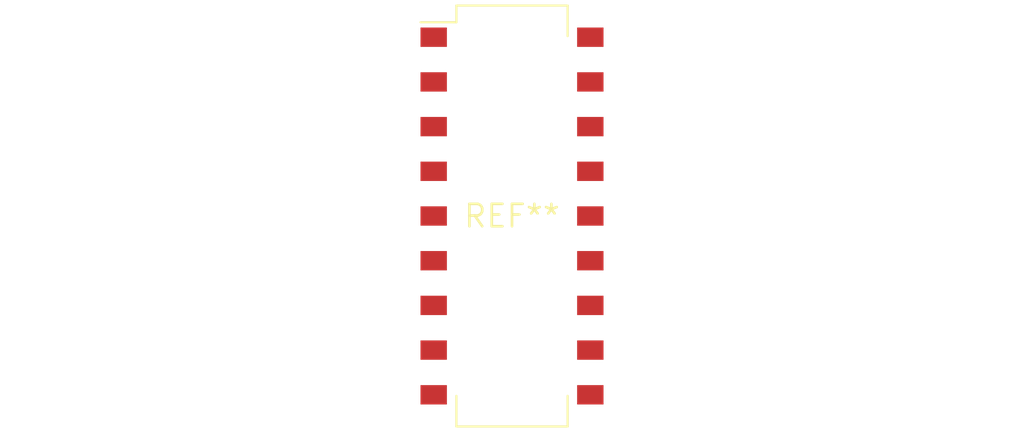
<source format=kicad_pcb>
(kicad_pcb (version 20240108) (generator pcbnew)
  (layers (0 "F.Cu" signal) (31 "B.Cu" signal) (34 "B.Paste" user) (35 "F.Paste" user) (36 "B.SilkS" user "B.Silkscreen") (37 "F.SilkS" user "F.Silkscreen") (38 "B.Mask" user) (39 "F.Mask" user) (44 "Edge.Cuts" user))
  (net 0 "")
  (footprint "SW_DIP_SPSTx09_Slide_Omron_A6S-910x_W8.9mm_P2.54mm" (layer "F.Cu") (at 0 0)
    (property "Reference" "REF**")
    (property "Value" "SW_DIP_SPSTx09_Slide_Omron_A6S-910x_W8.9mm_P2.54mm")
    (fp_line (start -5.2 -11.011) (end -3.16 -11.011) (layer "F.SilkS") (stroke (width 0.12)))
    (fp_line (start -3.16 -11.96) (end -3.16 -11.011) (layer "F.SilkS") (stroke (width 0.12)))
    (fp_line (start -3.16 -11.96) (end 3.16 -11.96) (layer "F.SilkS") (stroke (width 0.12)))
    (fp_line (start -3.16 10.22) (end -3.16 11.96) (layer "F.SilkS") (stroke (width 0.12)))
    (fp_line (start -3.16 11.96) (end 3.16 11.96) (layer "F.SilkS") (stroke (width 0.12)))
    (fp_line (start 3.16 -11.96) (end 3.16 -10.221) (layer "F.SilkS") (stroke (width 0.12)))
    (fp_line (start 3.16 10.22) (end 3.16 11.96) (layer "F.SilkS") (stroke (width 0.12)))
    (pad "1" smd rect (at -4.45 -10.16) (size 1.5 1.1) (layers "F.Cu" "F.Paste" "F.Mask"))
    (pad "2" smd rect (at -4.45 -7.62) (size 1.5 1.1) (layers "F.Cu" "F.Paste" "F.Mask"))
    (pad "3" smd rect (at -4.45 -5.08) (size 1.5 1.1) (layers "F.Cu" "F.Paste" "F.Mask"))
    (pad "4" smd rect (at -4.45 -2.54) (size 1.5 1.1) (layers "F.Cu" "F.Paste" "F.Mask"))
    (pad "5" smd rect (at -4.45 0) (size 1.5 1.1) (layers "F.Cu" "F.Paste" "F.Mask"))
    (pad "6" smd rect (at -4.45 2.54) (size 1.5 1.1) (layers "F.Cu" "F.Paste" "F.Mask"))
    (pad "7" smd rect (at -4.45 5.08) (size 1.5 1.1) (layers "F.Cu" "F.Paste" "F.Mask"))
    (pad "8" smd rect (at -4.45 7.62) (size 1.5 1.1) (layers "F.Cu" "F.Paste" "F.Mask"))
    (pad "9" smd rect (at -4.45 10.16) (size 1.5 1.1) (layers "F.Cu" "F.Paste" "F.Mask"))
    (pad "10" smd rect (at 4.45 10.16) (size 1.5 1.1) (layers "F.Cu" "F.Paste" "F.Mask"))
    (pad "11" smd rect (at 4.45 7.62) (size 1.5 1.1) (layers "F.Cu" "F.Paste" "F.Mask"))
    (pad "12" smd rect (at 4.45 5.08) (size 1.5 1.1) (layers "F.Cu" "F.Paste" "F.Mask"))
    (pad "13" smd rect (at 4.45 2.54) (size 1.5 1.1) (layers "F.Cu" "F.Paste" "F.Mask"))
    (pad "14" smd rect (at 4.45 0) (size 1.5 1.1) (layers "F.Cu" "F.Paste" "F.Mask"))
    (pad "15" smd rect (at 4.45 -2.54) (size 1.5 1.1) (layers "F.Cu" "F.Paste" "F.Mask"))
    (pad "16" smd rect (at 4.45 -5.08) (size 1.5 1.1) (layers "F.Cu" "F.Paste" "F.Mask"))
    (pad "17" smd rect (at 4.45 -7.62) (size 1.5 1.1) (layers "F.Cu" "F.Paste" "F.Mask"))
    (pad "18" smd rect (at 4.45 -10.16) (size 1.5 1.1) (layers "F.Cu" "F.Paste" "F.Mask"))
  )
)
</source>
